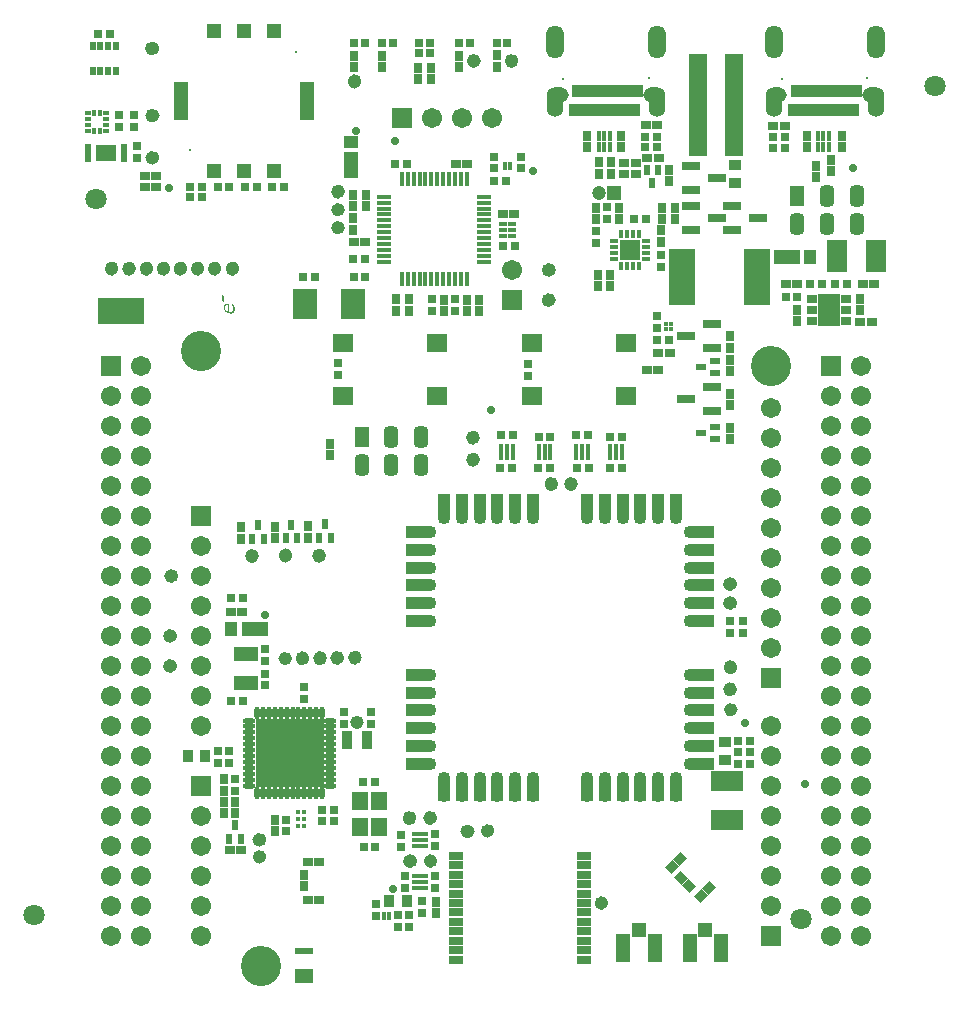
<source format=gts>
G04*
G04 #@! TF.GenerationSoftware,Altium Limited,Altium Designer,19.0.15 (446)*
G04*
G04 Layer_Color=8388736*
%FSLAX44Y44*%
%MOMM*%
G71*
G01*
G75*
%ADD168C,0.6096*%
%ADD169C,1.8000*%
%ADD170R,2.1032X2.6032*%
%ADD171R,1.6032X0.6032*%
%ADD172R,1.6032X1.2032*%
%ADD173R,0.4032X0.4032*%
%ADD174O,2.6000X1.1000*%
%ADD175O,1.1000X2.6000*%
%ADD176R,1.4032X1.6032*%
%ADD177C,0.4032*%
%ADD178R,2.3032X4.7532*%
%ADD179R,1.7032X2.7032*%
%ADD180R,0.8032X0.7032*%
%ADD181R,1.2032X1.3032*%
%ADD182R,1.2032X3.2032*%
%ADD183R,1.3032X1.0032*%
%ADD184R,1.3032X2.3032*%
%ADD185R,0.8032X0.7032*%
%ADD186R,1.0532X0.9032*%
%ADD187R,0.9532X1.5032*%
%ADD188R,0.8532X1.0032*%
%ADD189R,1.2532X2.4032*%
%ADD190R,1.2032X1.2532*%
%ADD191R,1.6032X0.8032*%
%ADD192R,0.6032X0.8532*%
%ADD193R,1.7532X1.5032*%
%ADD194R,1.2032X1.8032*%
G04:AMPARAMS|DCode=195|XSize=1.2032mm|YSize=1.8032mm|CornerRadius=0.3516mm|HoleSize=0mm|Usage=FLASHONLY|Rotation=0.000|XOffset=0mm|YOffset=0mm|HoleType=Round|Shape=RoundedRectangle|*
%AMROUNDEDRECTD195*
21,1,1.2032,1.1000,0,0,0.0*
21,1,0.5000,1.8032,0,0,0.0*
1,1,0.7032,0.2500,-0.5500*
1,1,0.7032,-0.2500,-0.5500*
1,1,0.7032,-0.2500,0.5500*
1,1,0.7032,0.2500,0.5500*
%
%ADD195ROUNDEDRECTD195*%
%ADD196R,4.0032X2.2332*%
%ADD197R,1.2000X0.7000*%
%ADD198O,1.0532X0.4532*%
%ADD199O,0.4532X1.0532*%
%ADD200R,5.8032X5.8032*%
%ADD201R,1.7032X1.7032*%
%ADD202R,0.4532X0.7032*%
%ADD203R,0.7032X0.4532*%
%ADD204R,1.9532X2.7032*%
%ADD205R,0.9032X0.6532*%
%ADD206C,0.4232*%
%ADD207R,0.4782X0.4532*%
%ADD208R,0.4532X0.4782*%
%ADD209R,1.7032X1.4032*%
%ADD210R,0.6032X0.5032*%
%ADD211R,0.5532X0.7032*%
%ADD212R,0.4532X0.8532*%
%ADD213R,0.4032X1.2032*%
%ADD214R,1.2032X0.4032*%
%ADD215R,0.7282X0.4532*%
%ADD216R,2.0032X1.2032*%
%ADD217R,1.6032X8.7032*%
%ADD218R,0.4732X1.0032*%
%ADD219R,0.4732X1.1032*%
%ADD220R,0.8032X0.8532*%
%ADD221R,0.8532X0.6032*%
%ADD222C,0.7032*%
%ADD223R,0.8532X0.8032*%
%ADD224R,0.7032X0.8032*%
%ADD225R,1.0032X1.3032*%
%ADD226R,2.3032X1.3032*%
%ADD227R,2.7032X1.7032*%
%ADD228R,1.0032X0.8532*%
%ADD229R,0.4532X0.7282*%
G04:AMPARAMS|DCode=230|XSize=0.8032mm|YSize=0.8532mm|CornerRadius=0mm|HoleSize=0mm|Usage=FLASHONLY|Rotation=135.000|XOffset=0mm|YOffset=0mm|HoleType=Round|Shape=Rectangle|*
%AMROTATEDRECTD230*
4,1,4,0.5856,0.0177,-0.0177,-0.5856,-0.5856,-0.0177,0.0177,0.5856,0.5856,0.0177,0.0*
%
%ADD230ROTATEDRECTD230*%

G04:AMPARAMS|DCode=231|XSize=0.8032mm|YSize=0.8532mm|CornerRadius=0mm|HoleSize=0mm|Usage=FLASHONLY|Rotation=225.000|XOffset=0mm|YOffset=0mm|HoleType=Round|Shape=Rectangle|*
%AMROTATEDRECTD231*
4,1,4,-0.0177,0.5856,0.5856,-0.0177,0.0177,-0.5856,-0.5856,0.0177,-0.0177,0.5856,0.0*
%
%ADD231ROTATEDRECTD231*%

%ADD232R,0.7032X0.8032*%
%ADD233R,0.7266X1.1016*%
%ADD234R,0.7266X1.1016*%
%ADD235R,0.7266X1.1016*%
%ADD236R,0.7266X1.1016*%
%ADD237R,1.1016X0.6016*%
%ADD238C,1.7032*%
%ADD239C,0.2032*%
%ADD240C,1.2032*%
%ADD241R,1.2032X1.2032*%
%ADD242O,1.6532X1.3032*%
%ADD243O,1.4032X2.5032*%
%ADD244O,1.5032X2.8032*%
%ADD245R,1.7032X1.7032*%
%ADD246C,3.4032*%
G36*
X385115Y839815D02*
X385244Y839797D01*
X385392Y839778D01*
X385578Y839760D01*
X385596D01*
X385670Y839741D01*
X385781Y839723D01*
X385929Y839704D01*
X386096Y839667D01*
X386300Y839630D01*
X386540Y839593D01*
X386781Y839538D01*
Y832927D01*
X386800D01*
X386818D01*
X386929Y832908D01*
X387077Y832890D01*
X387244Y832871D01*
X387263D01*
X387281D01*
X387374D01*
X387522Y832853D01*
X387670D01*
X387688D01*
X387726D01*
X387781D01*
X387855Y832871D01*
X388059Y832890D01*
X388318Y832946D01*
X388596Y833020D01*
X388892Y833149D01*
X389188Y833316D01*
X389448Y833538D01*
X389466Y833575D01*
X389540Y833668D01*
X389651Y833816D01*
X389762Y834038D01*
X389874Y834316D01*
X389985Y834649D01*
X390059Y835057D01*
X390077Y835501D01*
Y835649D01*
X390059Y835834D01*
X390040Y836056D01*
X390003Y836316D01*
X389929Y836630D01*
X389855Y836964D01*
X389744Y837297D01*
Y837316D01*
X389725Y837334D01*
X389688Y837464D01*
X389614Y837630D01*
X389503Y837852D01*
X389392Y838093D01*
X389262Y838371D01*
X389114Y838630D01*
X388948Y838889D01*
Y838982D01*
X390596Y838649D01*
Y838630D01*
X390614Y838575D01*
X390651Y838501D01*
X390670Y838408D01*
X390762Y838167D01*
X390855Y837908D01*
Y837889D01*
X390873Y837852D01*
X390892Y837778D01*
X390929Y837686D01*
X390966Y837575D01*
X391003Y837427D01*
X391059Y837279D01*
X391096Y837093D01*
Y837075D01*
X391114Y837019D01*
X391133Y836927D01*
X391151Y836797D01*
X391207Y836519D01*
X391262Y836223D01*
Y836205D01*
X391281Y836149D01*
Y836075D01*
X391299Y835964D01*
X391318Y835816D01*
Y835649D01*
X391336Y835464D01*
Y835075D01*
X391318Y834945D01*
Y834797D01*
X391281Y834612D01*
X391262Y834408D01*
X391225Y834186D01*
X391114Y833723D01*
X390966Y833242D01*
X390744Y832760D01*
X390614Y832538D01*
X390466Y832335D01*
X390448Y832316D01*
X390429Y832298D01*
X390373Y832242D01*
X390299Y832168D01*
X390207Y832094D01*
X390096Y832001D01*
X389966Y831909D01*
X389818Y831816D01*
X389651Y831705D01*
X389466Y831612D01*
X389244Y831520D01*
X389022Y831446D01*
X388763Y831372D01*
X388503Y831316D01*
X388226Y831298D01*
X387911Y831279D01*
X387874D01*
X387800D01*
X387670Y831298D01*
X387503D01*
X387281Y831335D01*
X387040Y831353D01*
X386763Y831409D01*
X386466Y831483D01*
X386133Y831557D01*
X385800Y831668D01*
X385448Y831779D01*
X385096Y831927D01*
X384726Y832112D01*
X384374Y832316D01*
X384022Y832557D01*
X383689Y832834D01*
X383670Y832853D01*
X383615Y832908D01*
X383522Y833001D01*
X383411Y833112D01*
X383282Y833260D01*
X383133Y833446D01*
X382967Y833668D01*
X382800Y833908D01*
X382634Y834168D01*
X382467Y834464D01*
X382319Y834779D01*
X382189Y835112D01*
X382078Y835482D01*
X381985Y835853D01*
X381930Y836260D01*
X381911Y836686D01*
Y836834D01*
X381930Y836945D01*
Y837056D01*
X381948Y837204D01*
X382004Y837556D01*
X382096Y837926D01*
X382245Y838315D01*
X382430Y838686D01*
X382689Y839019D01*
Y839037D01*
X382726Y839056D01*
X382837Y839149D01*
X383004Y839278D01*
X383245Y839426D01*
X383541Y839575D01*
X383911Y839704D01*
X384337Y839797D01*
X384559Y839834D01*
X384818D01*
X384837D01*
X384855D01*
X384930D01*
X385004D01*
X385115Y839815D01*
D02*
G37*
G36*
X382133Y846279D02*
Y841279D01*
X380670Y841612D01*
Y846630D01*
X382133Y846279D01*
D02*
G37*
%LPC*%
G36*
X385189Y838371D02*
X385078D01*
X384930D01*
X384911D01*
X384893D01*
X384781D01*
X384633Y838352D01*
X384448Y838315D01*
X384226Y838260D01*
X384004Y838167D01*
X383800Y838056D01*
X383596Y837889D01*
X383578Y837871D01*
X383522Y837797D01*
X383448Y837686D01*
X383356Y837519D01*
X383263Y837316D01*
X383189Y837056D01*
X383133Y836741D01*
X383115Y836371D01*
Y836260D01*
X383133Y836186D01*
X383152Y835964D01*
X383208Y835705D01*
X383282Y835390D01*
X383411Y835038D01*
X383578Y834686D01*
X383819Y834353D01*
Y834334D01*
X383856Y834316D01*
X383948Y834205D01*
X384096Y834057D01*
X384319Y833871D01*
X384578Y833668D01*
X384893Y833464D01*
X385263Y833297D01*
X385670Y833149D01*
Y838297D01*
X385652D01*
X385633D01*
X385541Y838315D01*
X385411Y838334D01*
X385300Y838352D01*
X385263D01*
X385189Y838371D01*
D02*
G37*
%LPD*%
D168*
X678733Y686711D02*
G03*
X678733Y686711I-2794J0D01*
G01*
Y687270D02*
G03*
X678733Y687270I-2794J0D01*
G01*
X595706Y725981D02*
G03*
X595706Y725981I-2794J0D01*
G01*
Y726540D02*
G03*
X595706Y726540I-2794J0D01*
G01*
X542294Y367700D02*
G03*
X542294Y367700I-2794J0D01*
G01*
X542853D02*
G03*
X542853Y367700I-2794J0D01*
G01*
X542053Y404485D02*
G03*
X542053Y404485I-2794J0D01*
G01*
Y403926D02*
G03*
X542053Y403926I-2794J0D01*
G01*
X339115Y558400D02*
G03*
X339115Y558400I-2794J0D01*
G01*
X339674D02*
G03*
X339674Y558400I-2794J0D01*
G01*
X339574Y532858D02*
G03*
X339574Y532858I-2794J0D01*
G01*
X339015D02*
G03*
X339015Y532858I-2794J0D01*
G01*
X451294Y539120D02*
G03*
X451294Y539120I-2794J0D01*
G01*
Y539679D02*
G03*
X451294Y539679I-2794J0D01*
G01*
X466280Y539827D02*
G03*
X466280Y539827I-2794J0D01*
G01*
Y539268D02*
G03*
X466280Y539268I-2794J0D01*
G01*
X415248Y385705D02*
G03*
X415248Y385705I-2794J0D01*
G01*
X414689D02*
G03*
X414689Y385705I-2794J0D01*
G01*
X495494Y1027579D02*
G03*
X495494Y1027579I-2794J0D01*
G01*
Y1028137D02*
G03*
X495494Y1028137I-2794J0D01*
G01*
X480794Y540129D02*
G03*
X480794Y540129I-2794J0D01*
G01*
Y539570D02*
G03*
X480794Y539570I-2794J0D01*
G01*
X495794Y540289D02*
G03*
X495794Y540289I-2794J0D01*
G01*
Y539730D02*
G03*
X495794Y539730I-2794J0D01*
G01*
X465494Y626549D02*
G03*
X465494Y626549I-2794J0D01*
G01*
Y625990D02*
G03*
X465494Y625990I-2794J0D01*
G01*
X437094Y626192D02*
G03*
X437094Y626192I-2794J0D01*
G01*
Y626751D02*
G03*
X437094Y626751I-2794J0D01*
G01*
X408644Y626343D02*
G03*
X408644Y626343I-2794J0D01*
G01*
Y625784D02*
G03*
X408644Y625784I-2794J0D01*
G01*
X340639Y609000D02*
G03*
X340639Y609000I-2794J0D01*
G01*
X340080D02*
G03*
X340080Y609000I-2794J0D01*
G01*
X813416Y513479D02*
G03*
X813416Y513479I-2794J0D01*
G01*
Y512920D02*
G03*
X813416Y512920I-2794J0D01*
G01*
X813748Y532179D02*
G03*
X813748Y532179I-2794J0D01*
G01*
Y531621D02*
G03*
X813748Y531621I-2794J0D01*
G01*
X813215Y586200D02*
G03*
X813215Y586200I-2794J0D01*
G01*
X813774D02*
G03*
X813774Y586200I-2794J0D01*
G01*
X813674Y602200D02*
G03*
X813674Y602200I-2794J0D01*
G01*
X813115D02*
G03*
X813115Y602200I-2794J0D01*
G01*
X590815Y392904D02*
G03*
X590815Y392904I-2794J0D01*
G01*
X591374D02*
G03*
X591374Y392904I-2794J0D01*
G01*
X595820Y707351D02*
G03*
X595820Y707351I-2794J0D01*
G01*
Y707910D02*
G03*
X595820Y707910I-2794J0D01*
G01*
X662094Y686711D02*
G03*
X662094Y686711I-2794J0D01*
G01*
Y687270D02*
G03*
X662094Y687270I-2794J0D01*
G01*
X559553Y404585D02*
G03*
X559553Y404585I-2794J0D01*
G01*
Y404026D02*
G03*
X559553Y404026I-2794J0D01*
G01*
X628494Y1045479D02*
G03*
X628494Y1045479I-2794J0D01*
G01*
Y1044921D02*
G03*
X628494Y1044921I-2794J0D01*
G01*
X596494D02*
G03*
X596494Y1044921I-2794J0D01*
G01*
Y1045479D02*
G03*
X596494Y1045479I-2794J0D01*
G01*
X324395Y1055800D02*
G03*
X324395Y1055800I-2794J0D01*
G01*
X323837D02*
G03*
X323837Y1055800I-2794J0D01*
G01*
X324107Y998959D02*
G03*
X324107Y998959I-2794J0D01*
G01*
X324665D02*
G03*
X324665Y998959I-2794J0D01*
G01*
Y963183D02*
G03*
X324665Y963183I-2794J0D01*
G01*
X324107D02*
G03*
X324107Y963183I-2794J0D01*
G01*
X659515Y842700D02*
G03*
X659515Y842700I-2794J0D01*
G01*
X660074D02*
G03*
X660074Y842700I-2794J0D01*
G01*
X660274Y868200D02*
G03*
X660274Y868200I-2794J0D01*
G01*
X659715D02*
G03*
X659715Y868200I-2794J0D01*
G01*
X289898Y869100D02*
G03*
X289898Y869100I-2794J0D01*
G01*
Y869659D02*
G03*
X289898Y869659I-2794J0D01*
G01*
X392094Y869100D02*
G03*
X392094Y869100I-2794J0D01*
G01*
Y869659D02*
G03*
X392094Y869659I-2794J0D01*
G01*
X362698D02*
G03*
X362698Y869659I-2794J0D01*
G01*
Y869100D02*
G03*
X362698Y869100I-2794J0D01*
G01*
X333698D02*
G03*
X333698Y869100I-2794J0D01*
G01*
Y869659D02*
G03*
X333698Y869659I-2794J0D01*
G01*
X481494Y934299D02*
G03*
X481494Y934299I-2794J0D01*
G01*
Y934857D02*
G03*
X481494Y934857I-2794J0D01*
G01*
X319298Y869100D02*
G03*
X319298Y869100I-2794J0D01*
G01*
Y869659D02*
G03*
X319298Y869659I-2794J0D01*
G01*
X347998D02*
G03*
X347998Y869659I-2794J0D01*
G01*
Y869100D02*
G03*
X347998Y869100I-2794J0D01*
G01*
X304598Y869659D02*
G03*
X304598Y869659I-2794J0D01*
G01*
Y869100D02*
G03*
X304598Y869100I-2794J0D01*
G01*
X377094Y869659D02*
G03*
X377094Y869659I-2794J0D01*
G01*
Y869100D02*
G03*
X377094Y869100I-2794J0D01*
G01*
X814050Y495900D02*
G03*
X814050Y495900I-2794J0D01*
G01*
X481494Y919174D02*
G03*
X481494Y919174I-2794J0D01*
G01*
Y904050D02*
G03*
X481494Y904050I-2794J0D01*
G01*
X608194Y393325D02*
G03*
X608194Y393325I-2794J0D01*
G01*
X559794Y367690D02*
G03*
X559794Y367690I-2794J0D01*
G01*
X704469Y332200D02*
G03*
X704469Y332200I-2794J0D01*
G01*
X415020Y371388D02*
G03*
X415020Y371388I-2794J0D01*
G01*
X497520Y485200D02*
G03*
X497520Y485200I-2794J0D01*
G01*
X436794Y539342D02*
G03*
X436794Y539342I-2794J0D01*
G01*
D169*
X984060Y1024080D02*
D03*
X221060Y322080D02*
D03*
X273410Y928700D02*
D03*
X871030Y318890D02*
D03*
D170*
X450460Y839400D02*
D03*
X491460D02*
D03*
D171*
X450275Y292009D02*
D03*
D172*
Y270349D02*
D03*
D173*
X445151Y397330D02*
D03*
X450151D02*
D03*
Y403200D02*
D03*
X445151D02*
D03*
Y409070D02*
D03*
X450151D02*
D03*
D174*
X784200Y646270D02*
D03*
Y631270D02*
D03*
Y616270D02*
D03*
Y601270D02*
D03*
Y586270D02*
D03*
Y571270D02*
D03*
Y525270D02*
D03*
Y510270D02*
D03*
Y495270D02*
D03*
Y480270D02*
D03*
Y465270D02*
D03*
Y450270D02*
D03*
X549200D02*
D03*
Y465270D02*
D03*
Y480270D02*
D03*
Y495270D02*
D03*
Y510270D02*
D03*
Y525270D02*
D03*
Y571270D02*
D03*
Y586270D02*
D03*
Y601270D02*
D03*
Y616270D02*
D03*
Y631270D02*
D03*
Y646270D02*
D03*
D175*
X764700Y430770D02*
D03*
X749700D02*
D03*
X734700D02*
D03*
X719700D02*
D03*
X704700D02*
D03*
X689700D02*
D03*
X643700D02*
D03*
X628700D02*
D03*
X613700D02*
D03*
X598700D02*
D03*
X583700D02*
D03*
X568700D02*
D03*
Y665770D02*
D03*
X583700D02*
D03*
X598700D02*
D03*
X613700D02*
D03*
X628700D02*
D03*
X643700D02*
D03*
X689700D02*
D03*
X704700D02*
D03*
X719700D02*
D03*
X734700D02*
D03*
X749700D02*
D03*
X764700D02*
D03*
D176*
X497200Y418800D02*
D03*
X513200D02*
D03*
Y396800D02*
D03*
X497200D02*
D03*
D177*
X675939Y683613D02*
D03*
Y690369D02*
D03*
X592912Y722882D02*
D03*
Y729638D02*
D03*
X536401Y367700D02*
D03*
X543158D02*
D03*
X539259Y407583D02*
D03*
Y400827D02*
D03*
X333222Y558400D02*
D03*
X339978D02*
D03*
X339878Y532858D02*
D03*
X333122D02*
D03*
X448500Y536022D02*
D03*
Y542778D02*
D03*
X463486Y542925D02*
D03*
Y536169D02*
D03*
X415553Y385705D02*
D03*
X408797D02*
D03*
X492700Y1024480D02*
D03*
Y1031236D02*
D03*
X478000Y543228D02*
D03*
Y536472D02*
D03*
X493000Y543388D02*
D03*
Y536632D02*
D03*
X462700Y629648D02*
D03*
Y622892D02*
D03*
X434300Y623094D02*
D03*
Y629850D02*
D03*
X405850Y629442D02*
D03*
Y622685D02*
D03*
X340944Y609000D02*
D03*
X334187D02*
D03*
X810622Y516578D02*
D03*
Y509822D02*
D03*
X810954Y535278D02*
D03*
Y528522D02*
D03*
X807322Y586200D02*
D03*
X814078D02*
D03*
X813978Y602200D02*
D03*
X807222D02*
D03*
X584922Y392904D02*
D03*
X591678D02*
D03*
X593026Y704252D02*
D03*
Y711008D02*
D03*
X659300Y683613D02*
D03*
Y690369D02*
D03*
X556759Y407683D02*
D03*
Y400927D02*
D03*
X625700Y1048578D02*
D03*
Y1041822D02*
D03*
X593700D02*
D03*
Y1048578D02*
D03*
X324700Y1055800D02*
D03*
X317944D02*
D03*
X318214Y998959D02*
D03*
X324970D02*
D03*
Y963183D02*
D03*
X318214D02*
D03*
X653622Y842700D02*
D03*
X660378D02*
D03*
X660578Y868200D02*
D03*
X653822D02*
D03*
X287104Y866001D02*
D03*
Y872757D02*
D03*
X389300Y866001D02*
D03*
Y872757D02*
D03*
X359904D02*
D03*
Y866001D02*
D03*
X330904D02*
D03*
Y872757D02*
D03*
X478700Y931200D02*
D03*
Y937956D02*
D03*
X316504Y866001D02*
D03*
Y872757D02*
D03*
X345204D02*
D03*
Y866001D02*
D03*
X301804Y872757D02*
D03*
Y866001D02*
D03*
X374300Y872757D02*
D03*
Y866001D02*
D03*
X814354Y495900D02*
D03*
X808106D02*
D03*
X478700Y922324D02*
D03*
Y916076D02*
D03*
Y907200D02*
D03*
Y900952D02*
D03*
X605400Y390176D02*
D03*
Y396424D02*
D03*
X560150Y367690D02*
D03*
X553901D02*
D03*
X704824Y332200D02*
D03*
X698576D02*
D03*
X409076Y371388D02*
D03*
X415324D02*
D03*
X491576Y485200D02*
D03*
X497824D02*
D03*
X434000Y536193D02*
D03*
Y542441D02*
D03*
D178*
X770200Y862109D02*
D03*
X833199D02*
D03*
D179*
X901230Y880200D02*
D03*
X934250D02*
D03*
D180*
X748900Y971900D02*
D03*
X738900D02*
D03*
X432700Y938853D02*
D03*
X422700D02*
D03*
X399700D02*
D03*
X409700D02*
D03*
X376700D02*
D03*
X386700D02*
D03*
X526700Y958200D02*
D03*
X536700D02*
D03*
X611010Y943200D02*
D03*
X621010D02*
D03*
X628700Y888200D02*
D03*
X618700D02*
D03*
X501700Y877200D02*
D03*
X491700D02*
D03*
X748800Y981100D02*
D03*
X738800D02*
D03*
X847400Y980500D02*
D03*
X857400D02*
D03*
X847400Y971300D02*
D03*
X857400D02*
D03*
X909700Y856708D02*
D03*
X899700D02*
D03*
X878700D02*
D03*
X888700D02*
D03*
X867700Y845371D02*
D03*
X857700D02*
D03*
X749160Y809200D02*
D03*
X759160D02*
D03*
X739600Y910945D02*
D03*
X729600D02*
D03*
X817560Y450200D02*
D03*
X827560D02*
D03*
X817700Y460200D02*
D03*
X827700D02*
D03*
X817700Y469200D02*
D03*
X827700D02*
D03*
X719250Y700276D02*
D03*
X709250D02*
D03*
X719250Y726430D02*
D03*
X709250D02*
D03*
X691250Y700276D02*
D03*
X681250D02*
D03*
X690250Y728640D02*
D03*
X680250D02*
D03*
X658588Y726430D02*
D03*
X648588D02*
D03*
X658448Y700276D02*
D03*
X648448D02*
D03*
X626800Y728640D02*
D03*
X616800D02*
D03*
X625700Y700276D02*
D03*
X615700D02*
D03*
X465400Y410700D02*
D03*
X475400D02*
D03*
X465400Y401700D02*
D03*
X475400D02*
D03*
X510400Y379683D02*
D03*
X500400D02*
D03*
X501960Y862110D02*
D03*
X491960D02*
D03*
X459150Y862380D02*
D03*
X449150D02*
D03*
X510200Y435000D02*
D03*
X500200D02*
D03*
X398210Y503090D02*
D03*
X388210D02*
D03*
X388038Y590202D02*
D03*
X398038D02*
D03*
X363700Y929853D02*
D03*
X353700D02*
D03*
X363700Y938853D02*
D03*
X353700D02*
D03*
X275700Y1068200D02*
D03*
X285700D02*
D03*
D181*
X399100Y1070314D02*
D03*
X424500D02*
D03*
X373700D02*
D03*
X424300Y952214D02*
D03*
X373500D02*
D03*
X398900D02*
D03*
D182*
X346100Y1011314D02*
D03*
X452100D02*
D03*
D183*
X489700Y976950D02*
D03*
D184*
X489700Y957200D02*
D03*
D185*
X556700Y1060700D02*
D03*
Y1051700D02*
D03*
X547700Y1060700D02*
D03*
Y1051700D02*
D03*
D186*
X814700Y956700D02*
D03*
Y941700D02*
D03*
D187*
X485950Y470200D02*
D03*
X503450D02*
D03*
D188*
X522300Y333860D02*
D03*
X536800D02*
D03*
X351790Y456900D02*
D03*
X366290D02*
D03*
D189*
X720100Y294200D02*
D03*
X746700D02*
D03*
X776400Y294000D02*
D03*
X803000D02*
D03*
D190*
X733400Y309400D02*
D03*
X789700Y309200D02*
D03*
D191*
X773700Y812200D02*
D03*
X795700Y822200D02*
D03*
Y802200D02*
D03*
X799700Y912200D02*
D03*
X777700Y902200D02*
D03*
Y922200D02*
D03*
X834700Y912025D02*
D03*
X812700Y902025D02*
D03*
Y922025D02*
D03*
X799700Y946200D02*
D03*
X777700Y936200D02*
D03*
Y956200D02*
D03*
X773700Y759200D02*
D03*
X795700Y769200D02*
D03*
Y749200D02*
D03*
D192*
X739900Y953200D02*
D03*
X749900D02*
D03*
X744900Y941700D02*
D03*
X396700Y386555D02*
D03*
X386700D02*
D03*
X391700Y398055D02*
D03*
X472631Y641450D02*
D03*
X462631D02*
D03*
X467631Y652950D02*
D03*
X444300Y640850D02*
D03*
X434300D02*
D03*
X439300Y652350D02*
D03*
X415854Y640755D02*
D03*
X405854D02*
D03*
X410854Y652255D02*
D03*
D193*
X482910Y806300D02*
D03*
X562510Y806300D02*
D03*
X562410Y761300D02*
D03*
X482910D02*
D03*
X642910Y806300D02*
D03*
X722510Y806300D02*
D03*
X722410Y761300D02*
D03*
X642910D02*
D03*
D194*
X867700Y931200D02*
D03*
X498700Y727200D02*
D03*
D195*
X892700Y931200D02*
D03*
X917700D02*
D03*
Y907200D02*
D03*
X892700D02*
D03*
X867700D02*
D03*
X523700Y727200D02*
D03*
X548700D02*
D03*
Y703200D02*
D03*
X523700D02*
D03*
X498700D02*
D03*
D196*
X295398Y833199D02*
D03*
D197*
X578200Y284200D02*
D03*
Y292200D02*
D03*
Y300200D02*
D03*
Y308200D02*
D03*
Y316200D02*
D03*
Y324200D02*
D03*
Y332200D02*
D03*
Y340200D02*
D03*
Y348200D02*
D03*
Y356200D02*
D03*
Y364200D02*
D03*
Y372200D02*
D03*
X687200D02*
D03*
Y364200D02*
D03*
Y356200D02*
D03*
Y348200D02*
D03*
Y340200D02*
D03*
Y332200D02*
D03*
Y324200D02*
D03*
Y316200D02*
D03*
Y308200D02*
D03*
Y300200D02*
D03*
Y292200D02*
D03*
Y284200D02*
D03*
D198*
X403450Y486700D02*
D03*
Y481700D02*
D03*
Y476700D02*
D03*
Y471700D02*
D03*
Y466700D02*
D03*
Y461700D02*
D03*
Y456700D02*
D03*
Y451700D02*
D03*
Y446700D02*
D03*
Y441700D02*
D03*
Y436700D02*
D03*
Y431700D02*
D03*
X471950D02*
D03*
Y436700D02*
D03*
Y441700D02*
D03*
Y446700D02*
D03*
Y451700D02*
D03*
Y456700D02*
D03*
Y461700D02*
D03*
Y466700D02*
D03*
Y471700D02*
D03*
Y476700D02*
D03*
Y481700D02*
D03*
Y486700D02*
D03*
D199*
X410200Y424950D02*
D03*
X415200D02*
D03*
X420200D02*
D03*
X425200D02*
D03*
X430200D02*
D03*
X435200D02*
D03*
X440200D02*
D03*
X445200D02*
D03*
X450200D02*
D03*
X455200D02*
D03*
X460200D02*
D03*
X465200D02*
D03*
Y493450D02*
D03*
X460200D02*
D03*
X455200D02*
D03*
X450200D02*
D03*
X445200D02*
D03*
X440200D02*
D03*
X435200D02*
D03*
X430200D02*
D03*
X425200D02*
D03*
X420200D02*
D03*
X415200D02*
D03*
X410200D02*
D03*
D200*
X437700Y459200D02*
D03*
D201*
X725700Y885103D02*
D03*
X362700Y660200D02*
D03*
X845300Y304430D02*
D03*
X362700Y431430D02*
D03*
X845300Y522870D02*
D03*
X286700Y787030D02*
D03*
X625700Y842721D02*
D03*
X896100Y787030D02*
D03*
D202*
X718200Y871603D02*
D03*
X723199D02*
D03*
X728199D02*
D03*
X733199D02*
D03*
X733200Y898503D02*
D03*
X728200D02*
D03*
X723200D02*
D03*
X718200D02*
D03*
D203*
X739100Y877603D02*
D03*
Y882603D02*
D03*
Y887603D02*
D03*
Y892603D02*
D03*
X712200Y892603D02*
D03*
Y887603D02*
D03*
Y882603D02*
D03*
Y877603D02*
D03*
D204*
X894230Y834450D02*
D03*
D205*
X879680Y824952D02*
D03*
Y834452D02*
D03*
Y843952D02*
D03*
X908679Y824950D02*
D03*
Y834450D02*
D03*
Y843950D02*
D03*
D206*
X760700Y822200D02*
D03*
X756700D02*
D03*
Y818200D02*
D03*
X760700D02*
D03*
X624487Y954200D02*
D03*
Y958200D02*
D03*
X620487D02*
D03*
Y954200D02*
D03*
X517875Y323266D02*
D03*
Y319266D02*
D03*
X521875D02*
D03*
Y323266D02*
D03*
D207*
X267200Y986113D02*
D03*
Y991113D02*
D03*
Y996113D02*
D03*
Y1001113D02*
D03*
X282200D02*
D03*
Y996113D02*
D03*
Y991113D02*
D03*
Y986113D02*
D03*
D208*
X272200D02*
D03*
X277200D02*
D03*
X272200Y1001113D02*
D03*
X277200D02*
D03*
D209*
X282243Y967425D02*
D03*
D210*
X267243Y962425D02*
D03*
X297243D02*
D03*
Y967425D02*
D03*
X267243D02*
D03*
Y972425D02*
D03*
X297243D02*
D03*
D211*
X270950Y1036950D02*
D03*
X277450D02*
D03*
X283950D02*
D03*
X290450D02*
D03*
Y1057450D02*
D03*
X283950D02*
D03*
X277450D02*
D03*
X270950D02*
D03*
D212*
X699300Y982000D02*
D03*
X704300D02*
D03*
X709300D02*
D03*
Y972500D02*
D03*
X704300D02*
D03*
X699300D02*
D03*
X884700Y981950D02*
D03*
X889700D02*
D03*
X894700D02*
D03*
Y972450D02*
D03*
X889700D02*
D03*
X884700D02*
D03*
D213*
X532710Y945200D02*
D03*
X572710Y860200D02*
D03*
X532710D02*
D03*
X557710Y945200D02*
D03*
X572710D02*
D03*
X547710D02*
D03*
X552710D02*
D03*
X587710Y860200D02*
D03*
Y945200D02*
D03*
X577710D02*
D03*
X582710D02*
D03*
X562710Y860200D02*
D03*
X542710Y945200D02*
D03*
X557710Y860200D02*
D03*
X552710D02*
D03*
X567710Y945200D02*
D03*
X537710Y860200D02*
D03*
X542710D02*
D03*
X562710Y945200D02*
D03*
X582710Y860200D02*
D03*
X547710D02*
D03*
X537710Y945200D02*
D03*
X567710Y860200D02*
D03*
X577710D02*
D03*
D214*
X602710Y930200D02*
D03*
Y920200D02*
D03*
X517710Y890200D02*
D03*
Y900200D02*
D03*
X602710Y915200D02*
D03*
X517710Y885200D02*
D03*
Y875200D02*
D03*
X602710Y900200D02*
D03*
Y875200D02*
D03*
Y890200D02*
D03*
Y895200D02*
D03*
Y885200D02*
D03*
X517710Y930200D02*
D03*
Y895200D02*
D03*
X602710Y880200D02*
D03*
Y925200D02*
D03*
Y910200D02*
D03*
X517710Y880200D02*
D03*
X602710Y905200D02*
D03*
X517710Y915200D02*
D03*
Y920200D02*
D03*
Y925200D02*
D03*
Y910200D02*
D03*
Y905200D02*
D03*
D215*
X618545Y906950D02*
D03*
Y901950D02*
D03*
Y896950D02*
D03*
X625845Y906950D02*
D03*
Y901950D02*
D03*
Y896950D02*
D03*
X551802Y345206D02*
D03*
Y350206D02*
D03*
Y355206D02*
D03*
X544502Y345206D02*
D03*
Y350206D02*
D03*
Y355206D02*
D03*
X551700Y380683D02*
D03*
Y385683D02*
D03*
Y390683D02*
D03*
X544400Y380683D02*
D03*
Y385683D02*
D03*
Y390683D02*
D03*
D216*
X400761Y543270D02*
D03*
Y518270D02*
D03*
D217*
X813700Y1008200D02*
D03*
X783700D02*
D03*
D218*
X676850Y1004010D02*
D03*
X681850D02*
D03*
X686850D02*
D03*
X691850D02*
D03*
X696850D02*
D03*
X701850D02*
D03*
X706850D02*
D03*
X711850D02*
D03*
X716850D02*
D03*
X721850D02*
D03*
X726850D02*
D03*
X731850D02*
D03*
X861950D02*
D03*
X866950D02*
D03*
X871950D02*
D03*
X876950D02*
D03*
X881950D02*
D03*
X886950D02*
D03*
X891950D02*
D03*
X896950D02*
D03*
X901950D02*
D03*
X906950D02*
D03*
X911950D02*
D03*
X916950D02*
D03*
D219*
X734330Y1020010D02*
D03*
X729330D02*
D03*
X724330D02*
D03*
X719330D02*
D03*
X714330D02*
D03*
X709330D02*
D03*
X704330D02*
D03*
X699330D02*
D03*
X694330D02*
D03*
X689330D02*
D03*
X684330D02*
D03*
X679330D02*
D03*
X919430D02*
D03*
X914430D02*
D03*
X909430D02*
D03*
X904430D02*
D03*
X899430D02*
D03*
X894430D02*
D03*
X889430D02*
D03*
X884430D02*
D03*
X879430D02*
D03*
X874430D02*
D03*
X869430D02*
D03*
X864430D02*
D03*
D220*
X896400Y951900D02*
D03*
Y961400D02*
D03*
X758600Y943400D02*
D03*
Y952900D02*
D03*
X752400Y892190D02*
D03*
Y901690D02*
D03*
X502700Y922450D02*
D03*
Y931950D02*
D03*
X491700D02*
D03*
Y922450D02*
D03*
Y902450D02*
D03*
Y911950D02*
D03*
X538700Y833700D02*
D03*
Y843200D02*
D03*
X568200Y842700D02*
D03*
Y833200D02*
D03*
X587700Y833450D02*
D03*
Y842950D02*
D03*
X597700Y833450D02*
D03*
Y842950D02*
D03*
X527700Y833700D02*
D03*
Y843200D02*
D03*
X709500Y959300D02*
D03*
Y949800D02*
D03*
X699300Y959300D02*
D03*
Y949800D02*
D03*
X718400Y981950D02*
D03*
Y972450D02*
D03*
X689400Y981950D02*
D03*
Y972450D02*
D03*
X883100Y947050D02*
D03*
Y956550D02*
D03*
X875700Y981700D02*
D03*
Y972200D02*
D03*
X905700Y981700D02*
D03*
Y972200D02*
D03*
X920700Y843950D02*
D03*
Y834450D02*
D03*
X867700Y824700D02*
D03*
Y834200D02*
D03*
X810529Y811950D02*
D03*
Y802450D02*
D03*
Y782450D02*
D03*
Y791950D02*
D03*
Y763200D02*
D03*
Y753700D02*
D03*
Y725274D02*
D03*
Y734774D02*
D03*
X763700Y920950D02*
D03*
Y911450D02*
D03*
X752700Y920950D02*
D03*
Y911450D02*
D03*
X716300Y920853D02*
D03*
Y911353D02*
D03*
X697300Y920853D02*
D03*
Y911353D02*
D03*
X708700Y854603D02*
D03*
Y864103D02*
D03*
X698700Y854603D02*
D03*
Y864103D02*
D03*
X561323Y333500D02*
D03*
Y324000D02*
D03*
X382093Y427450D02*
D03*
Y436950D02*
D03*
X391700Y408065D02*
D03*
Y417565D02*
D03*
X382093D02*
D03*
Y408065D02*
D03*
X425000Y393024D02*
D03*
Y402524D02*
D03*
X453126Y651069D02*
D03*
Y641569D02*
D03*
X425300Y650350D02*
D03*
Y640850D02*
D03*
X396850Y650170D02*
D03*
Y640670D02*
D03*
X471700Y711450D02*
D03*
Y720950D02*
D03*
X450275Y355950D02*
D03*
Y346450D02*
D03*
X492586Y1049379D02*
D03*
Y1039879D02*
D03*
X613121Y1040300D02*
D03*
Y1049800D02*
D03*
X581200Y1040161D02*
D03*
Y1049661D02*
D03*
X516086Y1049379D02*
D03*
Y1039879D02*
D03*
X546300Y1029985D02*
D03*
Y1039485D02*
D03*
X557700Y1029985D02*
D03*
Y1039485D02*
D03*
D221*
X797950Y791200D02*
D03*
Y781200D02*
D03*
X786450Y786200D02*
D03*
X797950Y735200D02*
D03*
Y725200D02*
D03*
X786450Y730200D02*
D03*
D222*
X608010Y749300D02*
D03*
X914620Y954910D02*
D03*
X644210Y952000D02*
D03*
X493870Y986000D02*
D03*
X527060Y976980D02*
D03*
X336000Y937650D02*
D03*
X823660Y484640D02*
D03*
X417300Y575820D02*
D03*
X525570Y344020D02*
D03*
X874414Y433336D02*
D03*
D223*
X750200Y962700D02*
D03*
X740700D02*
D03*
X748650Y991000D02*
D03*
X739150D02*
D03*
X618525Y915200D02*
D03*
X628025D02*
D03*
X578200Y958200D02*
D03*
X587700D02*
D03*
X491950Y892200D02*
D03*
X501450D02*
D03*
X730711Y949200D02*
D03*
X721211D02*
D03*
X721150Y958700D02*
D03*
X730650D02*
D03*
X847400Y990500D02*
D03*
X856900D02*
D03*
X932450Y856200D02*
D03*
X922950D02*
D03*
X857950D02*
D03*
X867450D02*
D03*
X930450Y824200D02*
D03*
X920950D02*
D03*
X749900Y783500D02*
D03*
X740400D02*
D03*
X759450Y798200D02*
D03*
X749950D02*
D03*
X386950Y377121D02*
D03*
X396450D02*
D03*
X388288Y578202D02*
D03*
X397788D02*
D03*
X462450Y366981D02*
D03*
X452950D02*
D03*
X462450Y335121D02*
D03*
X452950D02*
D03*
X324526Y938105D02*
D03*
X315026D02*
D03*
X324526Y948105D02*
D03*
X315026D02*
D03*
D224*
X633700Y964200D02*
D03*
Y954200D02*
D03*
X610700Y964200D02*
D03*
Y954200D02*
D03*
X558500Y843200D02*
D03*
Y833200D02*
D03*
X577700Y843200D02*
D03*
Y833200D02*
D03*
X748700Y819200D02*
D03*
Y829200D02*
D03*
X752300Y881100D02*
D03*
Y871100D02*
D03*
X697300Y901103D02*
D03*
Y891103D02*
D03*
X706700Y921103D02*
D03*
Y911103D02*
D03*
X821692Y571197D02*
D03*
Y561197D02*
D03*
X810700Y571200D02*
D03*
Y561200D02*
D03*
X535152Y355206D02*
D03*
Y345206D02*
D03*
X560700Y390683D02*
D03*
Y380683D02*
D03*
X532300Y389700D02*
D03*
Y379700D02*
D03*
X549600Y324000D02*
D03*
Y334000D02*
D03*
X529875Y322266D02*
D03*
Y312266D02*
D03*
X538875Y312266D02*
D03*
Y322266D02*
D03*
X561152Y355207D02*
D03*
Y345206D02*
D03*
X510875Y331266D02*
D03*
Y321266D02*
D03*
X391441Y427073D02*
D03*
Y437073D02*
D03*
X435000Y402774D02*
D03*
Y392774D02*
D03*
X639700Y778200D02*
D03*
Y788200D02*
D03*
X478700Y789200D02*
D03*
Y779200D02*
D03*
X506700Y494200D02*
D03*
Y484200D02*
D03*
X483700Y494200D02*
D03*
Y484200D02*
D03*
X377500Y451100D02*
D03*
Y461100D02*
D03*
X386722Y451000D02*
D03*
Y461000D02*
D03*
X450200Y515200D02*
D03*
Y505200D02*
D03*
X416800Y516500D02*
D03*
Y526500D02*
D03*
X416859Y537000D02*
D03*
Y547000D02*
D03*
X293205Y999132D02*
D03*
Y989132D02*
D03*
X306065Y999132D02*
D03*
Y989132D02*
D03*
X308470Y963098D02*
D03*
Y973098D02*
D03*
D225*
X878700Y879200D02*
D03*
X388463Y564287D02*
D03*
D226*
X858951Y879200D02*
D03*
X408213Y564287D02*
D03*
D227*
X807941Y435200D02*
D03*
Y402180D02*
D03*
D228*
X806700Y453700D02*
D03*
Y468200D02*
D03*
D229*
X709320Y710558D02*
D03*
X714320D02*
D03*
X719320D02*
D03*
X709320Y717858D02*
D03*
X714320D02*
D03*
X719320D02*
D03*
X680250Y710558D02*
D03*
X685250D02*
D03*
X690250D02*
D03*
X680250Y717858D02*
D03*
X685250D02*
D03*
X690250D02*
D03*
X648542Y710558D02*
D03*
X653542D02*
D03*
X658542D02*
D03*
X648542Y717858D02*
D03*
X653542D02*
D03*
X658542D02*
D03*
X616700Y710558D02*
D03*
X621700D02*
D03*
X626700D02*
D03*
X616700Y717858D02*
D03*
X621700D02*
D03*
X626700D02*
D03*
D230*
X793059Y344559D02*
D03*
X786341Y337841D02*
D03*
X768108Y369628D02*
D03*
X761391Y362911D02*
D03*
D231*
X768801Y353559D02*
D03*
X775519Y346841D02*
D03*
D232*
X501656Y1060200D02*
D03*
X492656D02*
D03*
X613121D02*
D03*
X622121D02*
D03*
X581200D02*
D03*
X590200D02*
D03*
X525200D02*
D03*
X516200D02*
D03*
D233*
X539826Y525270D02*
D03*
Y495270D02*
D03*
Y465270D02*
D03*
Y450270D02*
D03*
X793575Y480270D02*
D03*
Y510270D02*
D03*
D234*
X539826Y480270D02*
D03*
Y510270D02*
D03*
X793575Y525270D02*
D03*
Y495270D02*
D03*
Y465270D02*
D03*
Y450270D02*
D03*
D235*
X539826Y646270D02*
D03*
Y616270D02*
D03*
Y586270D02*
D03*
Y571270D02*
D03*
X793575Y631270D02*
D03*
Y601270D02*
D03*
D236*
X539826Y601270D02*
D03*
Y631270D02*
D03*
X793575Y571270D02*
D03*
Y586270D02*
D03*
Y616270D02*
D03*
Y646270D02*
D03*
D237*
X643700Y420770D02*
D03*
X628701Y420770D02*
D03*
X598701D02*
D03*
X613700Y420770D02*
D03*
X568700D02*
D03*
X583701Y420770D02*
D03*
X764700Y420771D02*
D03*
X749700Y420770D02*
D03*
X719700D02*
D03*
X734700Y420771D02*
D03*
X689700D02*
D03*
X704700Y420770D02*
D03*
X643700Y675769D02*
D03*
X628701Y675770D02*
D03*
X598701D02*
D03*
X613700Y675769D02*
D03*
X568700D02*
D03*
X583701Y675770D02*
D03*
X704700Y675769D02*
D03*
X689700Y675770D02*
D03*
X734700D02*
D03*
X719700Y675769D02*
D03*
X749700D02*
D03*
X764700Y675770D02*
D03*
D238*
X362700Y634800D02*
D03*
Y609400D02*
D03*
Y584000D02*
D03*
Y558600D02*
D03*
Y533200D02*
D03*
Y507800D02*
D03*
Y482400D02*
D03*
X845300Y482230D02*
D03*
Y456830D02*
D03*
Y431430D02*
D03*
Y406030D02*
D03*
Y380630D02*
D03*
Y355230D02*
D03*
Y329830D02*
D03*
X362700Y304430D02*
D03*
Y329830D02*
D03*
Y355230D02*
D03*
Y380630D02*
D03*
Y406030D02*
D03*
X845300Y548270D02*
D03*
Y599070D02*
D03*
Y624470D02*
D03*
Y649870D02*
D03*
Y675270D02*
D03*
Y700670D02*
D03*
Y726070D02*
D03*
Y751470D02*
D03*
Y573670D02*
D03*
X312100Y787030D02*
D03*
X286700Y761630D02*
D03*
X312100D02*
D03*
X286700Y736230D02*
D03*
X312100D02*
D03*
X286700Y710830D02*
D03*
X312100D02*
D03*
X286700Y685430D02*
D03*
X312100D02*
D03*
X286700Y660030D02*
D03*
X312100D02*
D03*
X286700Y634630D02*
D03*
X312100D02*
D03*
X286700Y609230D02*
D03*
X312100D02*
D03*
X286700Y583830D02*
D03*
X312100D02*
D03*
X286700Y558430D02*
D03*
X312100D02*
D03*
X286700Y533030D02*
D03*
X312100D02*
D03*
X286700Y507630D02*
D03*
X312100D02*
D03*
X286700Y482230D02*
D03*
X312100D02*
D03*
X286700Y456830D02*
D03*
X312100D02*
D03*
X286700Y431430D02*
D03*
X312100D02*
D03*
X286700Y406030D02*
D03*
X312100D02*
D03*
X286700Y380630D02*
D03*
X312100D02*
D03*
X286700Y355230D02*
D03*
X312100D02*
D03*
X286700Y329830D02*
D03*
X312100D02*
D03*
X286700Y304430D02*
D03*
X312100D02*
D03*
X625700Y868121D02*
D03*
X557900Y997200D02*
D03*
X583300D02*
D03*
X608700D02*
D03*
X921500Y304430D02*
D03*
X896100D02*
D03*
X921500Y329830D02*
D03*
X896100D02*
D03*
X921500Y355230D02*
D03*
X896100D02*
D03*
X921500Y380630D02*
D03*
X896100D02*
D03*
X921500Y406030D02*
D03*
X896100D02*
D03*
X921500Y431430D02*
D03*
X896100D02*
D03*
X921500Y456830D02*
D03*
X896100D02*
D03*
X921500Y482230D02*
D03*
X896100D02*
D03*
X921500Y507630D02*
D03*
X896100D02*
D03*
X921500Y533030D02*
D03*
X896100D02*
D03*
X921500Y558430D02*
D03*
X896100D02*
D03*
X921500Y583830D02*
D03*
X896100D02*
D03*
X921500Y609230D02*
D03*
X896100D02*
D03*
X921500Y634630D02*
D03*
X896100D02*
D03*
X921500Y660030D02*
D03*
X896100D02*
D03*
X921500Y685430D02*
D03*
X896100D02*
D03*
X921500Y710830D02*
D03*
X896100D02*
D03*
X921500Y736230D02*
D03*
X896100D02*
D03*
X921500Y761630D02*
D03*
X896100D02*
D03*
X921500Y787030D02*
D03*
D239*
X353100Y969814D02*
D03*
X443100Y1052814D02*
D03*
X669600Y1029850D02*
D03*
X741600Y1030500D02*
D03*
X854700Y1029850D02*
D03*
X926700Y1030500D02*
D03*
D240*
X699800Y933500D02*
D03*
D241*
X712500D02*
D03*
D242*
X745540Y1016700D02*
D03*
X665660D02*
D03*
X930640D02*
D03*
X850760D02*
D03*
D243*
X748800Y1010500D02*
D03*
X662400D02*
D03*
X933900D02*
D03*
X847500D02*
D03*
D244*
X748800Y1061000D02*
D03*
X662400D02*
D03*
X933900D02*
D03*
X847500D02*
D03*
D245*
X532500Y997200D02*
D03*
D246*
X413500Y279030D02*
D03*
X362700Y799730D02*
D03*
X845300Y787030D02*
D03*
M02*

</source>
